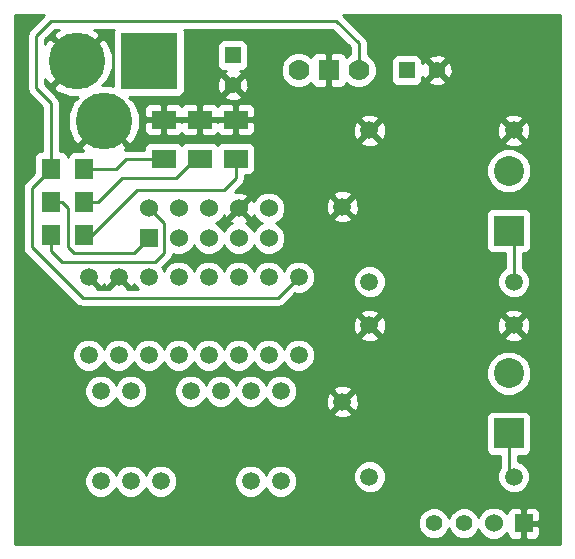
<source format=gtl>
G04 (created by PCBNEW (2013-may-18)-stable) date jeu 02 jun 2016 15:51:39 CEST*
%MOIN*%
G04 Gerber Fmt 3.4, Leading zero omitted, Abs format*
%FSLAX34Y34*%
G01*
G70*
G90*
G04 APERTURE LIST*
%ADD10C,0.00590551*%
%ADD11C,0.0590551*%
%ADD12C,0.055*%
%ADD13R,0.06X0.06*%
%ADD14C,0.06*%
%ADD15C,0.07*%
%ADD16R,0.07X0.07*%
%ADD17C,0.189*%
%ADD18R,0.189X0.189*%
%ADD19R,0.055X0.055*%
%ADD20R,0.1X0.1*%
%ADD21C,0.1*%
%ADD22R,0.08X0.06*%
%ADD23R,0.0629X0.0709*%
%ADD24C,0.01*%
G04 APERTURE END LIST*
G54D10*
G54D11*
X25952Y-17448D03*
X31661Y-19948D03*
X26858Y-19948D03*
X26858Y-14909D03*
X31661Y-14909D03*
X25952Y-23948D03*
X31661Y-26448D03*
X26858Y-26448D03*
X26858Y-21409D03*
X31661Y-21409D03*
X22900Y-26600D03*
X23900Y-26600D03*
X19900Y-26600D03*
X18900Y-26600D03*
X17900Y-26600D03*
X17900Y-23600D03*
X18900Y-23600D03*
X20900Y-23600D03*
X21900Y-23600D03*
X22900Y-23600D03*
X23900Y-23600D03*
G54D12*
X29000Y-28000D03*
X30000Y-28000D03*
G54D13*
X19500Y-18500D03*
G54D14*
X19500Y-17500D03*
X20500Y-18500D03*
X20500Y-17500D03*
X21500Y-18500D03*
X21500Y-17500D03*
X22500Y-18500D03*
X22500Y-17500D03*
X23500Y-18500D03*
X23500Y-17500D03*
G54D13*
X32000Y-28000D03*
G54D14*
X31000Y-28000D03*
G54D15*
X24500Y-12900D03*
G54D16*
X25500Y-12900D03*
G54D15*
X26500Y-12900D03*
G54D17*
X17100Y-12600D03*
G54D18*
X19500Y-12600D03*
G54D17*
X18000Y-14600D03*
G54D19*
X22300Y-12400D03*
G54D12*
X22300Y-13400D03*
G54D19*
X28100Y-12900D03*
G54D12*
X29100Y-12900D03*
G54D20*
X31500Y-18250D03*
G54D21*
X31500Y-16250D03*
G54D20*
X31500Y-25000D03*
G54D21*
X31500Y-23000D03*
G54D11*
X24500Y-19800D03*
X23500Y-19800D03*
X22500Y-19800D03*
X21500Y-19800D03*
X20500Y-19800D03*
X18500Y-19800D03*
X17500Y-19800D03*
X17500Y-22400D03*
X18500Y-22400D03*
X19500Y-22400D03*
X20500Y-22400D03*
X21500Y-22400D03*
X22500Y-22400D03*
X23500Y-22400D03*
X24500Y-22400D03*
X19500Y-19800D03*
G54D22*
X21200Y-15850D03*
X21200Y-14550D03*
X22400Y-15850D03*
X22400Y-14550D03*
X20000Y-15850D03*
X20000Y-14550D03*
G54D23*
X16241Y-17300D03*
X17359Y-17300D03*
X16241Y-18400D03*
X17359Y-18400D03*
X16241Y-16200D03*
X17359Y-16200D03*
G54D24*
X16241Y-16200D02*
X16241Y-13991D01*
X26500Y-12000D02*
X26500Y-12900D01*
X25750Y-11250D02*
X26500Y-12000D01*
X24000Y-11250D02*
X25750Y-11250D01*
X21500Y-11250D02*
X24000Y-11250D01*
X16250Y-11250D02*
X21500Y-11250D01*
X15750Y-11750D02*
X16250Y-11250D01*
X15750Y-13500D02*
X15750Y-11750D01*
X16241Y-13991D02*
X15750Y-13500D01*
X24500Y-19800D02*
X23800Y-20500D01*
X23800Y-20500D02*
X17800Y-20500D01*
X17800Y-20500D02*
X17300Y-20500D01*
X17300Y-20500D02*
X15600Y-18800D01*
X15600Y-18800D02*
X15600Y-16841D01*
X15600Y-16841D02*
X16241Y-16200D01*
X16241Y-17300D02*
X16600Y-17300D01*
X19000Y-19000D02*
X19500Y-18500D01*
X17000Y-19000D02*
X19000Y-19000D01*
X16800Y-18800D02*
X17000Y-19000D01*
X16800Y-17500D02*
X16800Y-18800D01*
X16600Y-17300D02*
X16800Y-17500D01*
X16241Y-18400D02*
X16241Y-18941D01*
X20000Y-18000D02*
X19500Y-17500D01*
X20000Y-19000D02*
X20000Y-18000D01*
X19700Y-19300D02*
X20000Y-19000D01*
X16600Y-19300D02*
X19700Y-19300D01*
X16241Y-18941D02*
X16600Y-19300D01*
X31661Y-19948D02*
X31661Y-18411D01*
X31661Y-18411D02*
X31500Y-18250D01*
X17359Y-18400D02*
X17600Y-18400D01*
X22400Y-16500D02*
X22400Y-15850D01*
X22000Y-16900D02*
X22400Y-16500D01*
X20700Y-16900D02*
X22000Y-16900D01*
X19100Y-16900D02*
X20700Y-16900D01*
X17600Y-18400D02*
X19100Y-16900D01*
X17359Y-16200D02*
X18400Y-16200D01*
X18750Y-15850D02*
X20000Y-15850D01*
X18400Y-16200D02*
X18750Y-15850D01*
X21200Y-15850D02*
X21050Y-15850D01*
X17800Y-17300D02*
X17359Y-17300D01*
X18600Y-16500D02*
X17800Y-17300D01*
X20400Y-16500D02*
X18600Y-16500D01*
X21050Y-15850D02*
X20400Y-16500D01*
X31500Y-25000D02*
X31500Y-26287D01*
X31500Y-26287D02*
X31661Y-26448D01*
G54D10*
G36*
X19128Y-20200D02*
X18806Y-20200D01*
X18811Y-20182D01*
X18500Y-19870D01*
X18188Y-20182D01*
X18193Y-20200D01*
X17806Y-20200D01*
X17811Y-20182D01*
X17500Y-19870D01*
X17494Y-19876D01*
X17423Y-19805D01*
X17429Y-19800D01*
X17423Y-19794D01*
X17494Y-19723D01*
X17500Y-19729D01*
X17505Y-19723D01*
X17576Y-19794D01*
X17570Y-19800D01*
X17882Y-20111D01*
X17977Y-20085D01*
X17998Y-20026D01*
X18022Y-20085D01*
X18117Y-20111D01*
X18429Y-19800D01*
X18423Y-19794D01*
X18494Y-19723D01*
X18500Y-19729D01*
X18505Y-19723D01*
X18576Y-19794D01*
X18570Y-19800D01*
X18882Y-20111D01*
X18977Y-20085D01*
X19000Y-20019D01*
X19037Y-20108D01*
X19128Y-20200D01*
X19128Y-20200D01*
G37*
G54D24*
X19128Y-20200D02*
X18806Y-20200D01*
X18811Y-20182D01*
X18500Y-19870D01*
X18188Y-20182D01*
X18193Y-20200D01*
X17806Y-20200D01*
X17811Y-20182D01*
X17500Y-19870D01*
X17494Y-19876D01*
X17423Y-19805D01*
X17429Y-19800D01*
X17423Y-19794D01*
X17494Y-19723D01*
X17500Y-19729D01*
X17505Y-19723D01*
X17576Y-19794D01*
X17570Y-19800D01*
X17882Y-20111D01*
X17977Y-20085D01*
X17998Y-20026D01*
X18022Y-20085D01*
X18117Y-20111D01*
X18429Y-19800D01*
X18423Y-19794D01*
X18494Y-19723D01*
X18500Y-19729D01*
X18505Y-19723D01*
X18576Y-19794D01*
X18570Y-19800D01*
X18882Y-20111D01*
X18977Y-20085D01*
X19000Y-20019D01*
X19037Y-20108D01*
X19128Y-20200D01*
G54D10*
G36*
X33200Y-28700D02*
X32550Y-28700D01*
X32550Y-28250D01*
X32550Y-27749D01*
X32549Y-27650D01*
X32511Y-27558D01*
X32441Y-27487D01*
X32349Y-27449D01*
X32250Y-27449D01*
X32250Y-22851D01*
X32250Y-16101D01*
X32211Y-16007D01*
X32211Y-14990D01*
X32200Y-14773D01*
X32138Y-14624D01*
X32043Y-14597D01*
X31973Y-14668D01*
X31973Y-14526D01*
X31946Y-14432D01*
X31742Y-14359D01*
X31525Y-14370D01*
X31376Y-14432D01*
X31349Y-14526D01*
X31661Y-14838D01*
X31973Y-14526D01*
X31973Y-14668D01*
X31732Y-14909D01*
X32043Y-15221D01*
X32138Y-15194D01*
X32211Y-14990D01*
X32211Y-16007D01*
X32136Y-15825D01*
X31973Y-15662D01*
X31973Y-15291D01*
X31661Y-14980D01*
X31590Y-15050D01*
X31590Y-14909D01*
X31278Y-14597D01*
X31184Y-14624D01*
X31111Y-14828D01*
X31122Y-15045D01*
X31184Y-15194D01*
X31278Y-15221D01*
X31590Y-14909D01*
X31590Y-15050D01*
X31349Y-15291D01*
X31376Y-15386D01*
X31580Y-15459D01*
X31797Y-15448D01*
X31946Y-15386D01*
X31973Y-15291D01*
X31973Y-15662D01*
X31925Y-15614D01*
X31649Y-15500D01*
X31351Y-15499D01*
X31075Y-15613D01*
X30864Y-15824D01*
X30750Y-16100D01*
X30749Y-16398D01*
X30863Y-16674D01*
X31074Y-16885D01*
X31350Y-16999D01*
X31648Y-17000D01*
X31924Y-16886D01*
X32135Y-16675D01*
X32249Y-16399D01*
X32250Y-16101D01*
X32250Y-22851D01*
X32250Y-22851D01*
X32250Y-18700D01*
X32250Y-17700D01*
X32212Y-17608D01*
X32141Y-17538D01*
X32049Y-17500D01*
X31950Y-17499D01*
X30950Y-17499D01*
X30858Y-17537D01*
X30788Y-17608D01*
X30750Y-17700D01*
X30749Y-17799D01*
X30749Y-18799D01*
X30787Y-18891D01*
X30858Y-18961D01*
X30950Y-18999D01*
X31049Y-19000D01*
X31361Y-19000D01*
X31361Y-19482D01*
X31352Y-19486D01*
X31199Y-19639D01*
X31116Y-19839D01*
X31116Y-20056D01*
X31198Y-20257D01*
X31352Y-20410D01*
X31552Y-20493D01*
X31769Y-20494D01*
X31969Y-20411D01*
X32123Y-20258D01*
X32206Y-20057D01*
X32206Y-19840D01*
X32123Y-19640D01*
X31970Y-19486D01*
X31961Y-19482D01*
X31961Y-19000D01*
X32049Y-19000D01*
X32141Y-18962D01*
X32211Y-18891D01*
X32249Y-18799D01*
X32250Y-18700D01*
X32250Y-22851D01*
X32211Y-22757D01*
X32211Y-21490D01*
X32200Y-21273D01*
X32138Y-21124D01*
X32043Y-21097D01*
X31973Y-21168D01*
X31973Y-21026D01*
X31946Y-20932D01*
X31742Y-20859D01*
X31525Y-20870D01*
X31376Y-20932D01*
X31349Y-21026D01*
X31661Y-21338D01*
X31973Y-21026D01*
X31973Y-21168D01*
X31732Y-21409D01*
X32043Y-21721D01*
X32138Y-21694D01*
X32211Y-21490D01*
X32211Y-22757D01*
X32136Y-22575D01*
X31973Y-22412D01*
X31973Y-21791D01*
X31661Y-21480D01*
X31590Y-21550D01*
X31590Y-21409D01*
X31278Y-21097D01*
X31184Y-21124D01*
X31111Y-21328D01*
X31122Y-21545D01*
X31184Y-21694D01*
X31278Y-21721D01*
X31590Y-21409D01*
X31590Y-21550D01*
X31349Y-21791D01*
X31376Y-21886D01*
X31580Y-21959D01*
X31797Y-21948D01*
X31946Y-21886D01*
X31973Y-21791D01*
X31973Y-22412D01*
X31925Y-22364D01*
X31649Y-22250D01*
X31351Y-22249D01*
X31075Y-22363D01*
X30864Y-22574D01*
X30750Y-22850D01*
X30749Y-23148D01*
X30863Y-23424D01*
X31074Y-23635D01*
X31350Y-23749D01*
X31648Y-23750D01*
X31924Y-23636D01*
X32135Y-23425D01*
X32249Y-23149D01*
X32250Y-22851D01*
X32250Y-27449D01*
X32250Y-27449D01*
X32250Y-25450D01*
X32250Y-24450D01*
X32212Y-24358D01*
X32141Y-24288D01*
X32049Y-24250D01*
X31950Y-24249D01*
X30950Y-24249D01*
X30858Y-24287D01*
X30788Y-24358D01*
X30750Y-24450D01*
X30749Y-24549D01*
X30749Y-25549D01*
X30787Y-25641D01*
X30858Y-25711D01*
X30950Y-25749D01*
X31049Y-25750D01*
X31200Y-25750D01*
X31200Y-26138D01*
X31199Y-26139D01*
X31116Y-26339D01*
X31116Y-26556D01*
X31198Y-26757D01*
X31352Y-26910D01*
X31552Y-26993D01*
X31769Y-26994D01*
X31969Y-26911D01*
X32123Y-26758D01*
X32206Y-26557D01*
X32206Y-26340D01*
X32123Y-26140D01*
X31970Y-25986D01*
X31800Y-25915D01*
X31800Y-25750D01*
X32049Y-25750D01*
X32141Y-25712D01*
X32211Y-25641D01*
X32249Y-25549D01*
X32250Y-25450D01*
X32250Y-27449D01*
X32112Y-27450D01*
X32050Y-27512D01*
X32050Y-27950D01*
X32487Y-27950D01*
X32550Y-27887D01*
X32550Y-27749D01*
X32550Y-28250D01*
X32550Y-28112D01*
X32487Y-28050D01*
X32050Y-28050D01*
X32050Y-28487D01*
X32112Y-28550D01*
X32349Y-28550D01*
X32441Y-28512D01*
X32511Y-28441D01*
X32549Y-28349D01*
X32550Y-28250D01*
X32550Y-28700D01*
X31950Y-28700D01*
X31950Y-28487D01*
X31950Y-28050D01*
X31942Y-28050D01*
X31942Y-27950D01*
X31950Y-27950D01*
X31950Y-27512D01*
X31887Y-27450D01*
X31650Y-27449D01*
X31558Y-27487D01*
X31488Y-27558D01*
X31450Y-27650D01*
X31450Y-27672D01*
X31311Y-27534D01*
X31109Y-27450D01*
X30891Y-27449D01*
X30688Y-27533D01*
X30534Y-27688D01*
X30486Y-27802D01*
X30445Y-27703D01*
X30297Y-27555D01*
X30104Y-27475D01*
X29896Y-27474D01*
X29703Y-27554D01*
X29629Y-27627D01*
X29629Y-12975D01*
X29618Y-12767D01*
X29560Y-12627D01*
X29467Y-12602D01*
X29397Y-12673D01*
X29397Y-12532D01*
X29372Y-12439D01*
X29175Y-12370D01*
X28967Y-12381D01*
X28827Y-12439D01*
X28802Y-12532D01*
X29100Y-12829D01*
X29397Y-12532D01*
X29397Y-12673D01*
X29170Y-12900D01*
X29467Y-13197D01*
X29560Y-13172D01*
X29629Y-12975D01*
X29629Y-27627D01*
X29555Y-27702D01*
X29499Y-27835D01*
X29445Y-27703D01*
X29397Y-27654D01*
X29397Y-13267D01*
X29100Y-12970D01*
X29029Y-13041D01*
X29029Y-12900D01*
X28732Y-12602D01*
X28639Y-12627D01*
X28625Y-12668D01*
X28625Y-12575D01*
X28587Y-12483D01*
X28516Y-12413D01*
X28424Y-12375D01*
X28325Y-12374D01*
X27775Y-12374D01*
X27683Y-12412D01*
X27613Y-12483D01*
X27575Y-12575D01*
X27574Y-12674D01*
X27574Y-13224D01*
X27612Y-13316D01*
X27683Y-13386D01*
X27775Y-13424D01*
X27874Y-13425D01*
X28424Y-13425D01*
X28516Y-13387D01*
X28586Y-13316D01*
X28624Y-13224D01*
X28625Y-13137D01*
X28639Y-13172D01*
X28732Y-13197D01*
X29029Y-12900D01*
X29029Y-13041D01*
X28802Y-13267D01*
X28827Y-13360D01*
X29024Y-13429D01*
X29232Y-13418D01*
X29372Y-13360D01*
X29397Y-13267D01*
X29397Y-27654D01*
X29297Y-27555D01*
X29104Y-27475D01*
X28896Y-27474D01*
X28703Y-27554D01*
X28555Y-27702D01*
X28475Y-27895D01*
X28474Y-28103D01*
X28554Y-28297D01*
X28702Y-28444D01*
X28895Y-28524D01*
X29103Y-28525D01*
X29297Y-28445D01*
X29444Y-28297D01*
X29500Y-28164D01*
X29554Y-28297D01*
X29702Y-28444D01*
X29895Y-28524D01*
X30103Y-28525D01*
X30297Y-28445D01*
X30444Y-28297D01*
X30486Y-28197D01*
X30533Y-28311D01*
X30688Y-28465D01*
X30890Y-28549D01*
X31108Y-28550D01*
X31311Y-28466D01*
X31450Y-28327D01*
X31450Y-28349D01*
X31488Y-28441D01*
X31558Y-28512D01*
X31650Y-28550D01*
X31887Y-28550D01*
X31950Y-28487D01*
X31950Y-28700D01*
X27408Y-28700D01*
X27408Y-21490D01*
X27408Y-14990D01*
X27397Y-14773D01*
X27335Y-14624D01*
X27240Y-14597D01*
X27170Y-14668D01*
X27170Y-14526D01*
X27143Y-14432D01*
X26938Y-14359D01*
X26722Y-14370D01*
X26573Y-14432D01*
X26546Y-14526D01*
X26858Y-14838D01*
X27170Y-14526D01*
X27170Y-14668D01*
X26928Y-14909D01*
X27240Y-15221D01*
X27335Y-15194D01*
X27408Y-14990D01*
X27408Y-21490D01*
X27403Y-21397D01*
X27403Y-19840D01*
X27320Y-19640D01*
X27170Y-19489D01*
X27170Y-15291D01*
X26858Y-14980D01*
X26787Y-15050D01*
X26787Y-14909D01*
X26475Y-14597D01*
X26380Y-14624D01*
X26308Y-14828D01*
X26319Y-15045D01*
X26380Y-15194D01*
X26475Y-15221D01*
X26787Y-14909D01*
X26787Y-15050D01*
X26546Y-15291D01*
X26573Y-15386D01*
X26777Y-15459D01*
X26994Y-15448D01*
X27143Y-15386D01*
X27170Y-15291D01*
X27170Y-19489D01*
X27167Y-19486D01*
X26967Y-19403D01*
X26750Y-19403D01*
X26549Y-19486D01*
X26502Y-19533D01*
X26502Y-17529D01*
X26491Y-17312D01*
X26430Y-17163D01*
X26335Y-17137D01*
X26264Y-17207D01*
X26264Y-17066D01*
X26237Y-16971D01*
X26033Y-16898D01*
X25816Y-16909D01*
X25667Y-16971D01*
X25640Y-17066D01*
X25952Y-17378D01*
X26264Y-17066D01*
X26264Y-17207D01*
X26023Y-17448D01*
X26335Y-17760D01*
X26430Y-17733D01*
X26502Y-17529D01*
X26502Y-19533D01*
X26396Y-19639D01*
X26313Y-19839D01*
X26312Y-20056D01*
X26395Y-20257D01*
X26548Y-20410D01*
X26749Y-20493D01*
X26966Y-20494D01*
X27166Y-20411D01*
X27320Y-20258D01*
X27403Y-20057D01*
X27403Y-19840D01*
X27403Y-21397D01*
X27397Y-21273D01*
X27335Y-21124D01*
X27240Y-21097D01*
X27170Y-21168D01*
X27170Y-21026D01*
X27143Y-20932D01*
X26938Y-20859D01*
X26722Y-20870D01*
X26573Y-20932D01*
X26546Y-21026D01*
X26858Y-21338D01*
X27170Y-21026D01*
X27170Y-21168D01*
X26928Y-21409D01*
X27240Y-21721D01*
X27335Y-21694D01*
X27408Y-21490D01*
X27408Y-28700D01*
X27403Y-28700D01*
X27403Y-26340D01*
X27320Y-26140D01*
X27170Y-25989D01*
X27170Y-21791D01*
X26858Y-21480D01*
X26787Y-21550D01*
X26787Y-21409D01*
X26475Y-21097D01*
X26380Y-21124D01*
X26308Y-21328D01*
X26319Y-21545D01*
X26380Y-21694D01*
X26475Y-21721D01*
X26787Y-21409D01*
X26787Y-21550D01*
X26546Y-21791D01*
X26573Y-21886D01*
X26777Y-21959D01*
X26994Y-21948D01*
X27143Y-21886D01*
X27170Y-21791D01*
X27170Y-25989D01*
X27167Y-25986D01*
X26967Y-25903D01*
X26750Y-25903D01*
X26549Y-25986D01*
X26502Y-26033D01*
X26502Y-24029D01*
X26491Y-23812D01*
X26430Y-23663D01*
X26335Y-23637D01*
X26264Y-23707D01*
X26264Y-23566D01*
X26264Y-17831D01*
X25952Y-17519D01*
X25882Y-17590D01*
X25882Y-17448D01*
X25570Y-17137D01*
X25475Y-17163D01*
X25450Y-17235D01*
X25450Y-13437D01*
X25450Y-12950D01*
X25442Y-12950D01*
X25442Y-12850D01*
X25450Y-12850D01*
X25450Y-12362D01*
X25387Y-12300D01*
X25199Y-12299D01*
X25100Y-12300D01*
X25008Y-12338D01*
X24937Y-12408D01*
X24914Y-12465D01*
X24840Y-12391D01*
X24619Y-12300D01*
X24381Y-12299D01*
X24160Y-12391D01*
X23991Y-12559D01*
X23900Y-12780D01*
X23899Y-13018D01*
X23991Y-13239D01*
X24159Y-13408D01*
X24380Y-13499D01*
X24618Y-13500D01*
X24839Y-13408D01*
X24914Y-13334D01*
X24937Y-13391D01*
X25008Y-13461D01*
X25100Y-13499D01*
X25199Y-13500D01*
X25387Y-13500D01*
X25450Y-13437D01*
X25450Y-17235D01*
X25402Y-17368D01*
X25413Y-17584D01*
X25475Y-17733D01*
X25570Y-17760D01*
X25882Y-17448D01*
X25882Y-17590D01*
X25640Y-17831D01*
X25667Y-17926D01*
X25872Y-17998D01*
X26088Y-17987D01*
X26237Y-17926D01*
X26264Y-17831D01*
X26264Y-23566D01*
X26237Y-23471D01*
X26033Y-23398D01*
X25816Y-23409D01*
X25667Y-23471D01*
X25640Y-23566D01*
X25952Y-23878D01*
X26264Y-23566D01*
X26264Y-23707D01*
X26023Y-23948D01*
X26335Y-24260D01*
X26430Y-24233D01*
X26502Y-24029D01*
X26502Y-26033D01*
X26396Y-26139D01*
X26313Y-26339D01*
X26312Y-26556D01*
X26395Y-26757D01*
X26548Y-26910D01*
X26749Y-26993D01*
X26966Y-26994D01*
X27166Y-26911D01*
X27320Y-26758D01*
X27403Y-26557D01*
X27403Y-26340D01*
X27403Y-28700D01*
X26264Y-28700D01*
X26264Y-24331D01*
X25952Y-24019D01*
X25882Y-24090D01*
X25882Y-23948D01*
X25570Y-23637D01*
X25475Y-23663D01*
X25402Y-23868D01*
X25413Y-24084D01*
X25475Y-24233D01*
X25570Y-24260D01*
X25882Y-23948D01*
X25882Y-24090D01*
X25640Y-24331D01*
X25667Y-24426D01*
X25872Y-24498D01*
X26088Y-24487D01*
X26237Y-24426D01*
X26264Y-24331D01*
X26264Y-28700D01*
X25045Y-28700D01*
X25045Y-22292D01*
X24962Y-22091D01*
X24809Y-21938D01*
X24608Y-21854D01*
X24392Y-21854D01*
X24191Y-21937D01*
X24038Y-22090D01*
X24000Y-22182D01*
X23962Y-22091D01*
X23809Y-21938D01*
X23608Y-21854D01*
X23392Y-21854D01*
X23191Y-21937D01*
X23038Y-22090D01*
X23000Y-22182D01*
X22962Y-22091D01*
X22809Y-21938D01*
X22608Y-21854D01*
X22392Y-21854D01*
X22191Y-21937D01*
X22038Y-22090D01*
X22000Y-22182D01*
X21962Y-22091D01*
X21809Y-21938D01*
X21608Y-21854D01*
X21392Y-21854D01*
X21191Y-21937D01*
X21038Y-22090D01*
X21000Y-22182D01*
X20962Y-22091D01*
X20809Y-21938D01*
X20608Y-21854D01*
X20392Y-21854D01*
X20191Y-21937D01*
X20038Y-22090D01*
X20000Y-22182D01*
X19962Y-22091D01*
X19809Y-21938D01*
X19608Y-21854D01*
X19392Y-21854D01*
X19191Y-21937D01*
X19038Y-22090D01*
X19000Y-22182D01*
X18962Y-22091D01*
X18809Y-21938D01*
X18608Y-21854D01*
X18392Y-21854D01*
X18191Y-21937D01*
X18038Y-22090D01*
X18000Y-22182D01*
X17962Y-22091D01*
X17809Y-21938D01*
X17608Y-21854D01*
X17392Y-21854D01*
X17191Y-21937D01*
X17038Y-22090D01*
X16954Y-22291D01*
X16954Y-22507D01*
X17037Y-22708D01*
X17190Y-22861D01*
X17391Y-22945D01*
X17607Y-22945D01*
X17808Y-22862D01*
X17961Y-22709D01*
X17999Y-22617D01*
X18037Y-22708D01*
X18190Y-22861D01*
X18391Y-22945D01*
X18607Y-22945D01*
X18808Y-22862D01*
X18961Y-22709D01*
X18999Y-22617D01*
X19037Y-22708D01*
X19190Y-22861D01*
X19391Y-22945D01*
X19607Y-22945D01*
X19808Y-22862D01*
X19961Y-22709D01*
X19999Y-22617D01*
X20037Y-22708D01*
X20190Y-22861D01*
X20391Y-22945D01*
X20607Y-22945D01*
X20808Y-22862D01*
X20961Y-22709D01*
X20999Y-22617D01*
X21037Y-22708D01*
X21190Y-22861D01*
X21391Y-22945D01*
X21607Y-22945D01*
X21808Y-22862D01*
X21961Y-22709D01*
X21999Y-22617D01*
X22037Y-22708D01*
X22190Y-22861D01*
X22391Y-22945D01*
X22607Y-22945D01*
X22808Y-22862D01*
X22961Y-22709D01*
X22999Y-22617D01*
X23037Y-22708D01*
X23190Y-22861D01*
X23391Y-22945D01*
X23607Y-22945D01*
X23808Y-22862D01*
X23961Y-22709D01*
X23999Y-22617D01*
X24037Y-22708D01*
X24190Y-22861D01*
X24391Y-22945D01*
X24607Y-22945D01*
X24808Y-22862D01*
X24961Y-22709D01*
X25045Y-22508D01*
X25045Y-22292D01*
X25045Y-28700D01*
X24445Y-28700D01*
X24445Y-26492D01*
X24445Y-23492D01*
X24362Y-23291D01*
X24209Y-23138D01*
X24008Y-23054D01*
X23792Y-23054D01*
X23591Y-23137D01*
X23438Y-23290D01*
X23400Y-23382D01*
X23362Y-23291D01*
X23209Y-23138D01*
X23008Y-23054D01*
X22792Y-23054D01*
X22591Y-23137D01*
X22438Y-23290D01*
X22400Y-23382D01*
X22362Y-23291D01*
X22209Y-23138D01*
X22008Y-23054D01*
X21792Y-23054D01*
X21591Y-23137D01*
X21438Y-23290D01*
X21400Y-23382D01*
X21362Y-23291D01*
X21209Y-23138D01*
X21008Y-23054D01*
X20792Y-23054D01*
X20591Y-23137D01*
X20438Y-23290D01*
X20354Y-23491D01*
X20354Y-23707D01*
X20437Y-23908D01*
X20590Y-24061D01*
X20791Y-24145D01*
X21007Y-24145D01*
X21208Y-24062D01*
X21361Y-23909D01*
X21399Y-23817D01*
X21437Y-23908D01*
X21590Y-24061D01*
X21791Y-24145D01*
X22007Y-24145D01*
X22208Y-24062D01*
X22361Y-23909D01*
X22399Y-23817D01*
X22437Y-23908D01*
X22590Y-24061D01*
X22791Y-24145D01*
X23007Y-24145D01*
X23208Y-24062D01*
X23361Y-23909D01*
X23399Y-23817D01*
X23437Y-23908D01*
X23590Y-24061D01*
X23791Y-24145D01*
X24007Y-24145D01*
X24208Y-24062D01*
X24361Y-23909D01*
X24445Y-23708D01*
X24445Y-23492D01*
X24445Y-26492D01*
X24362Y-26291D01*
X24209Y-26138D01*
X24008Y-26054D01*
X23792Y-26054D01*
X23591Y-26137D01*
X23438Y-26290D01*
X23400Y-26382D01*
X23362Y-26291D01*
X23209Y-26138D01*
X23008Y-26054D01*
X22792Y-26054D01*
X22591Y-26137D01*
X22438Y-26290D01*
X22354Y-26491D01*
X22354Y-26707D01*
X22437Y-26908D01*
X22590Y-27061D01*
X22791Y-27145D01*
X23007Y-27145D01*
X23208Y-27062D01*
X23361Y-26909D01*
X23399Y-26817D01*
X23437Y-26908D01*
X23590Y-27061D01*
X23791Y-27145D01*
X24007Y-27145D01*
X24208Y-27062D01*
X24361Y-26909D01*
X24445Y-26708D01*
X24445Y-26492D01*
X24445Y-28700D01*
X20445Y-28700D01*
X20445Y-26492D01*
X20362Y-26291D01*
X20209Y-26138D01*
X20008Y-26054D01*
X19792Y-26054D01*
X19591Y-26137D01*
X19445Y-26283D01*
X19445Y-23492D01*
X19362Y-23291D01*
X19209Y-23138D01*
X19008Y-23054D01*
X18792Y-23054D01*
X18591Y-23137D01*
X18438Y-23290D01*
X18400Y-23382D01*
X18362Y-23291D01*
X18209Y-23138D01*
X18008Y-23054D01*
X17792Y-23054D01*
X17591Y-23137D01*
X17438Y-23290D01*
X17354Y-23491D01*
X17354Y-23707D01*
X17437Y-23908D01*
X17590Y-24061D01*
X17791Y-24145D01*
X18007Y-24145D01*
X18208Y-24062D01*
X18361Y-23909D01*
X18399Y-23817D01*
X18437Y-23908D01*
X18590Y-24061D01*
X18791Y-24145D01*
X19007Y-24145D01*
X19208Y-24062D01*
X19361Y-23909D01*
X19445Y-23708D01*
X19445Y-23492D01*
X19445Y-26283D01*
X19438Y-26290D01*
X19400Y-26382D01*
X19362Y-26291D01*
X19209Y-26138D01*
X19008Y-26054D01*
X18792Y-26054D01*
X18591Y-26137D01*
X18438Y-26290D01*
X18400Y-26382D01*
X18362Y-26291D01*
X18209Y-26138D01*
X18008Y-26054D01*
X17792Y-26054D01*
X17591Y-26137D01*
X17438Y-26290D01*
X17354Y-26491D01*
X17354Y-26707D01*
X17437Y-26908D01*
X17590Y-27061D01*
X17791Y-27145D01*
X18007Y-27145D01*
X18208Y-27062D01*
X18361Y-26909D01*
X18399Y-26817D01*
X18437Y-26908D01*
X18590Y-27061D01*
X18791Y-27145D01*
X19007Y-27145D01*
X19208Y-27062D01*
X19361Y-26909D01*
X19399Y-26817D01*
X19437Y-26908D01*
X19590Y-27061D01*
X19791Y-27145D01*
X20007Y-27145D01*
X20208Y-27062D01*
X20361Y-26909D01*
X20445Y-26708D01*
X20445Y-26492D01*
X20445Y-28700D01*
X15050Y-28700D01*
X15050Y-11050D01*
X16025Y-11050D01*
X15537Y-11537D01*
X15472Y-11635D01*
X15450Y-11750D01*
X15450Y-13500D01*
X15472Y-13614D01*
X15537Y-13712D01*
X15941Y-14115D01*
X15941Y-15595D01*
X15876Y-15595D01*
X15785Y-15633D01*
X15714Y-15703D01*
X15676Y-15795D01*
X15676Y-15895D01*
X15676Y-16340D01*
X15387Y-16628D01*
X15322Y-16726D01*
X15300Y-16841D01*
X15300Y-18800D01*
X15322Y-18914D01*
X15387Y-19012D01*
X17087Y-20712D01*
X17185Y-20777D01*
X17300Y-20800D01*
X17800Y-20800D01*
X23800Y-20800D01*
X23800Y-20799D01*
X23914Y-20777D01*
X23914Y-20777D01*
X24012Y-20712D01*
X24382Y-20341D01*
X24391Y-20345D01*
X24607Y-20345D01*
X24808Y-20262D01*
X24961Y-20109D01*
X25045Y-19908D01*
X25045Y-19692D01*
X24962Y-19491D01*
X24809Y-19338D01*
X24608Y-19254D01*
X24392Y-19254D01*
X24191Y-19337D01*
X24038Y-19490D01*
X24000Y-19582D01*
X23962Y-19491D01*
X23809Y-19338D01*
X23608Y-19254D01*
X23392Y-19254D01*
X23191Y-19337D01*
X23038Y-19490D01*
X23000Y-19582D01*
X22962Y-19491D01*
X22809Y-19338D01*
X22608Y-19254D01*
X22392Y-19254D01*
X22191Y-19337D01*
X22038Y-19490D01*
X22000Y-19582D01*
X21962Y-19491D01*
X21809Y-19338D01*
X21608Y-19254D01*
X21392Y-19254D01*
X21191Y-19337D01*
X21038Y-19490D01*
X21000Y-19582D01*
X20962Y-19491D01*
X20809Y-19338D01*
X20608Y-19254D01*
X20392Y-19254D01*
X20191Y-19337D01*
X20038Y-19490D01*
X20000Y-19582D01*
X19962Y-19491D01*
X19947Y-19476D01*
X20212Y-19212D01*
X20212Y-19212D01*
X20277Y-19114D01*
X20297Y-19011D01*
X20390Y-19049D01*
X20608Y-19050D01*
X20811Y-18966D01*
X20965Y-18811D01*
X20999Y-18730D01*
X21033Y-18811D01*
X21188Y-18965D01*
X21390Y-19049D01*
X21608Y-19050D01*
X21811Y-18966D01*
X21965Y-18811D01*
X21999Y-18730D01*
X22033Y-18811D01*
X22188Y-18965D01*
X22390Y-19049D01*
X22608Y-19050D01*
X22811Y-18966D01*
X22965Y-18811D01*
X22999Y-18730D01*
X23033Y-18811D01*
X23188Y-18965D01*
X23390Y-19049D01*
X23608Y-19050D01*
X23811Y-18966D01*
X23965Y-18811D01*
X24049Y-18609D01*
X24050Y-18391D01*
X23966Y-18188D01*
X23811Y-18034D01*
X23730Y-18000D01*
X23811Y-17966D01*
X23965Y-17811D01*
X24049Y-17609D01*
X24050Y-17391D01*
X23966Y-17188D01*
X23811Y-17034D01*
X23609Y-16950D01*
X23391Y-16949D01*
X23188Y-17033D01*
X23034Y-17188D01*
X23002Y-17263D01*
X22981Y-17212D01*
X22885Y-17184D01*
X22570Y-17500D01*
X22885Y-17815D01*
X22981Y-17787D01*
X23000Y-17732D01*
X23033Y-17811D01*
X23188Y-17965D01*
X23269Y-17999D01*
X23188Y-18033D01*
X23034Y-18188D01*
X23000Y-18269D01*
X22966Y-18188D01*
X22811Y-18034D01*
X22736Y-18002D01*
X22787Y-17981D01*
X22815Y-17885D01*
X22500Y-17570D01*
X22184Y-17885D01*
X22212Y-17981D01*
X22267Y-18000D01*
X22188Y-18033D01*
X22034Y-18188D01*
X22000Y-18269D01*
X21966Y-18188D01*
X21811Y-18034D01*
X21730Y-18000D01*
X21811Y-17966D01*
X21965Y-17811D01*
X21997Y-17736D01*
X22018Y-17787D01*
X22114Y-17815D01*
X22429Y-17500D01*
X22423Y-17494D01*
X22494Y-17423D01*
X22500Y-17429D01*
X22815Y-17114D01*
X22787Y-17018D01*
X22581Y-16945D01*
X22368Y-16955D01*
X22612Y-16712D01*
X22612Y-16712D01*
X22677Y-16614D01*
X22699Y-16500D01*
X22700Y-16500D01*
X22700Y-16400D01*
X22849Y-16400D01*
X22941Y-16362D01*
X23011Y-16291D01*
X23049Y-16199D01*
X23050Y-16100D01*
X23050Y-15500D01*
X23050Y-14899D01*
X23050Y-14200D01*
X23012Y-14108D01*
X22941Y-14038D01*
X22849Y-14000D01*
X22829Y-14000D01*
X22829Y-13475D01*
X22825Y-13386D01*
X22825Y-12625D01*
X22825Y-12075D01*
X22787Y-11983D01*
X22716Y-11913D01*
X22624Y-11875D01*
X22525Y-11874D01*
X21975Y-11874D01*
X21883Y-11912D01*
X21813Y-11983D01*
X21775Y-12075D01*
X21774Y-12174D01*
X21774Y-12724D01*
X21812Y-12816D01*
X21883Y-12886D01*
X21975Y-12924D01*
X22062Y-12925D01*
X22027Y-12939D01*
X22002Y-13032D01*
X22300Y-13329D01*
X22597Y-13032D01*
X22572Y-12939D01*
X22531Y-12925D01*
X22624Y-12925D01*
X22716Y-12887D01*
X22786Y-12816D01*
X22824Y-12724D01*
X22825Y-12625D01*
X22825Y-13386D01*
X22818Y-13267D01*
X22760Y-13127D01*
X22667Y-13102D01*
X22370Y-13400D01*
X22667Y-13697D01*
X22760Y-13672D01*
X22829Y-13475D01*
X22829Y-14000D01*
X22750Y-13999D01*
X22597Y-13999D01*
X22597Y-13767D01*
X22300Y-13470D01*
X22229Y-13541D01*
X22229Y-13400D01*
X21932Y-13102D01*
X21839Y-13127D01*
X21770Y-13324D01*
X21781Y-13532D01*
X21839Y-13672D01*
X21932Y-13697D01*
X22229Y-13400D01*
X22229Y-13541D01*
X22002Y-13767D01*
X22027Y-13860D01*
X22224Y-13929D01*
X22432Y-13918D01*
X22572Y-13860D01*
X22597Y-13767D01*
X22597Y-13999D01*
X22512Y-14000D01*
X22450Y-14062D01*
X22450Y-14500D01*
X22987Y-14500D01*
X23050Y-14437D01*
X23050Y-14200D01*
X23050Y-14899D01*
X23050Y-14662D01*
X22987Y-14600D01*
X22450Y-14600D01*
X22450Y-15037D01*
X22512Y-15100D01*
X22750Y-15100D01*
X22849Y-15099D01*
X22941Y-15061D01*
X23012Y-14991D01*
X23050Y-14899D01*
X23050Y-15500D01*
X23012Y-15408D01*
X22941Y-15338D01*
X22849Y-15300D01*
X22750Y-15299D01*
X22350Y-15299D01*
X22350Y-15037D01*
X22350Y-14600D01*
X22350Y-14500D01*
X22350Y-14062D01*
X22287Y-14000D01*
X22049Y-13999D01*
X21950Y-14000D01*
X21858Y-14038D01*
X21800Y-14096D01*
X21741Y-14038D01*
X21649Y-14000D01*
X21550Y-13999D01*
X21312Y-14000D01*
X21250Y-14062D01*
X21250Y-14500D01*
X21787Y-14500D01*
X21800Y-14487D01*
X21812Y-14500D01*
X22350Y-14500D01*
X22350Y-14600D01*
X21812Y-14600D01*
X21800Y-14612D01*
X21787Y-14600D01*
X21250Y-14600D01*
X21250Y-15037D01*
X21312Y-15100D01*
X21550Y-15100D01*
X21649Y-15099D01*
X21741Y-15061D01*
X21800Y-15003D01*
X21858Y-15061D01*
X21950Y-15099D01*
X22049Y-15100D01*
X22287Y-15100D01*
X22350Y-15037D01*
X22350Y-15299D01*
X21950Y-15299D01*
X21858Y-15337D01*
X21799Y-15396D01*
X21741Y-15338D01*
X21649Y-15300D01*
X21550Y-15299D01*
X21150Y-15299D01*
X21150Y-15037D01*
X21150Y-14600D01*
X21150Y-14500D01*
X21150Y-14062D01*
X21087Y-14000D01*
X20849Y-13999D01*
X20750Y-14000D01*
X20658Y-14038D01*
X20600Y-14096D01*
X20541Y-14038D01*
X20449Y-14000D01*
X20350Y-13999D01*
X20112Y-14000D01*
X20050Y-14062D01*
X20050Y-14500D01*
X20587Y-14500D01*
X20600Y-14487D01*
X20612Y-14500D01*
X21150Y-14500D01*
X21150Y-14600D01*
X20612Y-14600D01*
X20600Y-14612D01*
X20587Y-14600D01*
X20050Y-14600D01*
X20050Y-15037D01*
X20112Y-15100D01*
X20350Y-15100D01*
X20449Y-15099D01*
X20541Y-15061D01*
X20600Y-15003D01*
X20658Y-15061D01*
X20750Y-15099D01*
X20849Y-15100D01*
X21087Y-15100D01*
X21150Y-15037D01*
X21150Y-15299D01*
X20750Y-15299D01*
X20658Y-15337D01*
X20599Y-15396D01*
X20541Y-15338D01*
X20449Y-15300D01*
X20350Y-15299D01*
X19950Y-15299D01*
X19950Y-15037D01*
X19950Y-14600D01*
X19950Y-14500D01*
X19950Y-14062D01*
X19887Y-14000D01*
X19649Y-13999D01*
X19550Y-14000D01*
X19458Y-14038D01*
X19387Y-14108D01*
X19349Y-14200D01*
X19350Y-14437D01*
X19412Y-14500D01*
X19950Y-14500D01*
X19950Y-14600D01*
X19412Y-14600D01*
X19350Y-14662D01*
X19349Y-14899D01*
X19387Y-14991D01*
X19458Y-15061D01*
X19550Y-15099D01*
X19649Y-15100D01*
X19887Y-15100D01*
X19950Y-15037D01*
X19950Y-15299D01*
X19550Y-15299D01*
X19458Y-15337D01*
X19388Y-15408D01*
X19350Y-15500D01*
X19350Y-15550D01*
X19195Y-15550D01*
X18750Y-15550D01*
X18712Y-15557D01*
X18781Y-15451D01*
X18000Y-14670D01*
X17929Y-14741D01*
X17218Y-15451D01*
X17312Y-15595D01*
X16994Y-15595D01*
X16903Y-15633D01*
X16832Y-15703D01*
X16799Y-15782D01*
X16767Y-15704D01*
X16697Y-15633D01*
X16605Y-15595D01*
X16541Y-15595D01*
X16541Y-13991D01*
X16518Y-13876D01*
X16453Y-13778D01*
X16453Y-13778D01*
X16050Y-13375D01*
X16050Y-13188D01*
X16085Y-13275D01*
X16248Y-13381D01*
X17029Y-12600D01*
X16248Y-11818D01*
X16085Y-11924D01*
X16050Y-12011D01*
X16050Y-11874D01*
X16374Y-11550D01*
X16511Y-11550D01*
X16424Y-11585D01*
X16318Y-11748D01*
X17100Y-12529D01*
X17881Y-11748D01*
X17775Y-11585D01*
X17688Y-11550D01*
X18327Y-11550D01*
X18305Y-11605D01*
X18304Y-11704D01*
X18304Y-13433D01*
X18295Y-13429D01*
X18235Y-13404D01*
X17975Y-13405D01*
X17951Y-13381D01*
X18114Y-13275D01*
X18295Y-12835D01*
X18294Y-12360D01*
X18114Y-11924D01*
X17951Y-11818D01*
X17170Y-12600D01*
X17176Y-12605D01*
X17105Y-12676D01*
X17100Y-12670D01*
X16318Y-13451D01*
X16424Y-13614D01*
X16864Y-13795D01*
X17124Y-13794D01*
X17148Y-13818D01*
X16985Y-13924D01*
X16804Y-14364D01*
X16805Y-14839D01*
X16985Y-15275D01*
X17148Y-15381D01*
X17929Y-14600D01*
X17923Y-14594D01*
X17994Y-14523D01*
X18000Y-14529D01*
X18005Y-14523D01*
X18076Y-14594D01*
X18070Y-14600D01*
X18851Y-15381D01*
X19014Y-15275D01*
X19195Y-14835D01*
X19194Y-14360D01*
X19014Y-13924D01*
X18851Y-13818D01*
X18875Y-13795D01*
X20494Y-13795D01*
X20586Y-13757D01*
X20656Y-13686D01*
X20694Y-13594D01*
X20695Y-13495D01*
X20695Y-11605D01*
X20672Y-11550D01*
X21500Y-11550D01*
X24000Y-11550D01*
X25625Y-11550D01*
X26200Y-12124D01*
X26200Y-12374D01*
X26160Y-12391D01*
X26085Y-12465D01*
X26062Y-12408D01*
X25991Y-12338D01*
X25899Y-12300D01*
X25800Y-12299D01*
X25612Y-12300D01*
X25550Y-12362D01*
X25550Y-12850D01*
X25557Y-12850D01*
X25557Y-12950D01*
X25550Y-12950D01*
X25550Y-13437D01*
X25612Y-13500D01*
X25800Y-13500D01*
X25899Y-13499D01*
X25991Y-13461D01*
X26062Y-13391D01*
X26085Y-13334D01*
X26159Y-13408D01*
X26380Y-13499D01*
X26618Y-13500D01*
X26839Y-13408D01*
X27008Y-13240D01*
X27099Y-13019D01*
X27100Y-12781D01*
X27008Y-12560D01*
X26840Y-12391D01*
X26800Y-12374D01*
X26800Y-12000D01*
X26799Y-11999D01*
X26777Y-11885D01*
X26712Y-11787D01*
X26712Y-11787D01*
X25974Y-11050D01*
X33200Y-11050D01*
X33200Y-11250D01*
X33200Y-28700D01*
X33200Y-28700D01*
G37*
G54D24*
X33200Y-28700D02*
X32550Y-28700D01*
X32550Y-28250D01*
X32550Y-27749D01*
X32549Y-27650D01*
X32511Y-27558D01*
X32441Y-27487D01*
X32349Y-27449D01*
X32250Y-27449D01*
X32250Y-22851D01*
X32250Y-16101D01*
X32211Y-16007D01*
X32211Y-14990D01*
X32200Y-14773D01*
X32138Y-14624D01*
X32043Y-14597D01*
X31973Y-14668D01*
X31973Y-14526D01*
X31946Y-14432D01*
X31742Y-14359D01*
X31525Y-14370D01*
X31376Y-14432D01*
X31349Y-14526D01*
X31661Y-14838D01*
X31973Y-14526D01*
X31973Y-14668D01*
X31732Y-14909D01*
X32043Y-15221D01*
X32138Y-15194D01*
X32211Y-14990D01*
X32211Y-16007D01*
X32136Y-15825D01*
X31973Y-15662D01*
X31973Y-15291D01*
X31661Y-14980D01*
X31590Y-15050D01*
X31590Y-14909D01*
X31278Y-14597D01*
X31184Y-14624D01*
X31111Y-14828D01*
X31122Y-15045D01*
X31184Y-15194D01*
X31278Y-15221D01*
X31590Y-14909D01*
X31590Y-15050D01*
X31349Y-15291D01*
X31376Y-15386D01*
X31580Y-15459D01*
X31797Y-15448D01*
X31946Y-15386D01*
X31973Y-15291D01*
X31973Y-15662D01*
X31925Y-15614D01*
X31649Y-15500D01*
X31351Y-15499D01*
X31075Y-15613D01*
X30864Y-15824D01*
X30750Y-16100D01*
X30749Y-16398D01*
X30863Y-16674D01*
X31074Y-16885D01*
X31350Y-16999D01*
X31648Y-17000D01*
X31924Y-16886D01*
X32135Y-16675D01*
X32249Y-16399D01*
X32250Y-16101D01*
X32250Y-22851D01*
X32250Y-22851D01*
X32250Y-18700D01*
X32250Y-17700D01*
X32212Y-17608D01*
X32141Y-17538D01*
X32049Y-17500D01*
X31950Y-17499D01*
X30950Y-17499D01*
X30858Y-17537D01*
X30788Y-17608D01*
X30750Y-17700D01*
X30749Y-17799D01*
X30749Y-18799D01*
X30787Y-18891D01*
X30858Y-18961D01*
X30950Y-18999D01*
X31049Y-19000D01*
X31361Y-19000D01*
X31361Y-19482D01*
X31352Y-19486D01*
X31199Y-19639D01*
X31116Y-19839D01*
X31116Y-20056D01*
X31198Y-20257D01*
X31352Y-20410D01*
X31552Y-20493D01*
X31769Y-20494D01*
X31969Y-20411D01*
X32123Y-20258D01*
X32206Y-20057D01*
X32206Y-19840D01*
X32123Y-19640D01*
X31970Y-19486D01*
X31961Y-19482D01*
X31961Y-19000D01*
X32049Y-19000D01*
X32141Y-18962D01*
X32211Y-18891D01*
X32249Y-18799D01*
X32250Y-18700D01*
X32250Y-22851D01*
X32211Y-22757D01*
X32211Y-21490D01*
X32200Y-21273D01*
X32138Y-21124D01*
X32043Y-21097D01*
X31973Y-21168D01*
X31973Y-21026D01*
X31946Y-20932D01*
X31742Y-20859D01*
X31525Y-20870D01*
X31376Y-20932D01*
X31349Y-21026D01*
X31661Y-21338D01*
X31973Y-21026D01*
X31973Y-21168D01*
X31732Y-21409D01*
X32043Y-21721D01*
X32138Y-21694D01*
X32211Y-21490D01*
X32211Y-22757D01*
X32136Y-22575D01*
X31973Y-22412D01*
X31973Y-21791D01*
X31661Y-21480D01*
X31590Y-21550D01*
X31590Y-21409D01*
X31278Y-21097D01*
X31184Y-21124D01*
X31111Y-21328D01*
X31122Y-21545D01*
X31184Y-21694D01*
X31278Y-21721D01*
X31590Y-21409D01*
X31590Y-21550D01*
X31349Y-21791D01*
X31376Y-21886D01*
X31580Y-21959D01*
X31797Y-21948D01*
X31946Y-21886D01*
X31973Y-21791D01*
X31973Y-22412D01*
X31925Y-22364D01*
X31649Y-22250D01*
X31351Y-22249D01*
X31075Y-22363D01*
X30864Y-22574D01*
X30750Y-22850D01*
X30749Y-23148D01*
X30863Y-23424D01*
X31074Y-23635D01*
X31350Y-23749D01*
X31648Y-23750D01*
X31924Y-23636D01*
X32135Y-23425D01*
X32249Y-23149D01*
X32250Y-22851D01*
X32250Y-27449D01*
X32250Y-27449D01*
X32250Y-25450D01*
X32250Y-24450D01*
X32212Y-24358D01*
X32141Y-24288D01*
X32049Y-24250D01*
X31950Y-24249D01*
X30950Y-24249D01*
X30858Y-24287D01*
X30788Y-24358D01*
X30750Y-24450D01*
X30749Y-24549D01*
X30749Y-25549D01*
X30787Y-25641D01*
X30858Y-25711D01*
X30950Y-25749D01*
X31049Y-25750D01*
X31200Y-25750D01*
X31200Y-26138D01*
X31199Y-26139D01*
X31116Y-26339D01*
X31116Y-26556D01*
X31198Y-26757D01*
X31352Y-26910D01*
X31552Y-26993D01*
X31769Y-26994D01*
X31969Y-26911D01*
X32123Y-26758D01*
X32206Y-26557D01*
X32206Y-26340D01*
X32123Y-26140D01*
X31970Y-25986D01*
X31800Y-25915D01*
X31800Y-25750D01*
X32049Y-25750D01*
X32141Y-25712D01*
X32211Y-25641D01*
X32249Y-25549D01*
X32250Y-25450D01*
X32250Y-27449D01*
X32112Y-27450D01*
X32050Y-27512D01*
X32050Y-27950D01*
X32487Y-27950D01*
X32550Y-27887D01*
X32550Y-27749D01*
X32550Y-28250D01*
X32550Y-28112D01*
X32487Y-28050D01*
X32050Y-28050D01*
X32050Y-28487D01*
X32112Y-28550D01*
X32349Y-28550D01*
X32441Y-28512D01*
X32511Y-28441D01*
X32549Y-28349D01*
X32550Y-28250D01*
X32550Y-28700D01*
X31950Y-28700D01*
X31950Y-28487D01*
X31950Y-28050D01*
X31942Y-28050D01*
X31942Y-27950D01*
X31950Y-27950D01*
X31950Y-27512D01*
X31887Y-27450D01*
X31650Y-27449D01*
X31558Y-27487D01*
X31488Y-27558D01*
X31450Y-27650D01*
X31450Y-27672D01*
X31311Y-27534D01*
X31109Y-27450D01*
X30891Y-27449D01*
X30688Y-27533D01*
X30534Y-27688D01*
X30486Y-27802D01*
X30445Y-27703D01*
X30297Y-27555D01*
X30104Y-27475D01*
X29896Y-27474D01*
X29703Y-27554D01*
X29629Y-27627D01*
X29629Y-12975D01*
X29618Y-12767D01*
X29560Y-12627D01*
X29467Y-12602D01*
X29397Y-12673D01*
X29397Y-12532D01*
X29372Y-12439D01*
X29175Y-12370D01*
X28967Y-12381D01*
X28827Y-12439D01*
X28802Y-12532D01*
X29100Y-12829D01*
X29397Y-12532D01*
X29397Y-12673D01*
X29170Y-12900D01*
X29467Y-13197D01*
X29560Y-13172D01*
X29629Y-12975D01*
X29629Y-27627D01*
X29555Y-27702D01*
X29499Y-27835D01*
X29445Y-27703D01*
X29397Y-27654D01*
X29397Y-13267D01*
X29100Y-12970D01*
X29029Y-13041D01*
X29029Y-12900D01*
X28732Y-12602D01*
X28639Y-12627D01*
X28625Y-12668D01*
X28625Y-12575D01*
X28587Y-12483D01*
X28516Y-12413D01*
X28424Y-12375D01*
X28325Y-12374D01*
X27775Y-12374D01*
X27683Y-12412D01*
X27613Y-12483D01*
X27575Y-12575D01*
X27574Y-12674D01*
X27574Y-13224D01*
X27612Y-13316D01*
X27683Y-13386D01*
X27775Y-13424D01*
X27874Y-13425D01*
X28424Y-13425D01*
X28516Y-13387D01*
X28586Y-13316D01*
X28624Y-13224D01*
X28625Y-13137D01*
X28639Y-13172D01*
X28732Y-13197D01*
X29029Y-12900D01*
X29029Y-13041D01*
X28802Y-13267D01*
X28827Y-13360D01*
X29024Y-13429D01*
X29232Y-13418D01*
X29372Y-13360D01*
X29397Y-13267D01*
X29397Y-27654D01*
X29297Y-27555D01*
X29104Y-27475D01*
X28896Y-27474D01*
X28703Y-27554D01*
X28555Y-27702D01*
X28475Y-27895D01*
X28474Y-28103D01*
X28554Y-28297D01*
X28702Y-28444D01*
X28895Y-28524D01*
X29103Y-28525D01*
X29297Y-28445D01*
X29444Y-28297D01*
X29500Y-28164D01*
X29554Y-28297D01*
X29702Y-28444D01*
X29895Y-28524D01*
X30103Y-28525D01*
X30297Y-28445D01*
X30444Y-28297D01*
X30486Y-28197D01*
X30533Y-28311D01*
X30688Y-28465D01*
X30890Y-28549D01*
X31108Y-28550D01*
X31311Y-28466D01*
X31450Y-28327D01*
X31450Y-28349D01*
X31488Y-28441D01*
X31558Y-28512D01*
X31650Y-28550D01*
X31887Y-28550D01*
X31950Y-28487D01*
X31950Y-28700D01*
X27408Y-28700D01*
X27408Y-21490D01*
X27408Y-14990D01*
X27397Y-14773D01*
X27335Y-14624D01*
X27240Y-14597D01*
X27170Y-14668D01*
X27170Y-14526D01*
X27143Y-14432D01*
X26938Y-14359D01*
X26722Y-14370D01*
X26573Y-14432D01*
X26546Y-14526D01*
X26858Y-14838D01*
X27170Y-14526D01*
X27170Y-14668D01*
X26928Y-14909D01*
X27240Y-15221D01*
X27335Y-15194D01*
X27408Y-14990D01*
X27408Y-21490D01*
X27403Y-21397D01*
X27403Y-19840D01*
X27320Y-19640D01*
X27170Y-19489D01*
X27170Y-15291D01*
X26858Y-14980D01*
X26787Y-15050D01*
X26787Y-14909D01*
X26475Y-14597D01*
X26380Y-14624D01*
X26308Y-14828D01*
X26319Y-15045D01*
X26380Y-15194D01*
X26475Y-15221D01*
X26787Y-14909D01*
X26787Y-15050D01*
X26546Y-15291D01*
X26573Y-15386D01*
X26777Y-15459D01*
X26994Y-15448D01*
X27143Y-15386D01*
X27170Y-15291D01*
X27170Y-19489D01*
X27167Y-19486D01*
X26967Y-19403D01*
X26750Y-19403D01*
X26549Y-19486D01*
X26502Y-19533D01*
X26502Y-17529D01*
X26491Y-17312D01*
X26430Y-17163D01*
X26335Y-17137D01*
X26264Y-17207D01*
X26264Y-17066D01*
X26237Y-16971D01*
X26033Y-16898D01*
X25816Y-16909D01*
X25667Y-16971D01*
X25640Y-17066D01*
X25952Y-17378D01*
X26264Y-17066D01*
X26264Y-17207D01*
X26023Y-17448D01*
X26335Y-17760D01*
X26430Y-17733D01*
X26502Y-17529D01*
X26502Y-19533D01*
X26396Y-19639D01*
X26313Y-19839D01*
X26312Y-20056D01*
X26395Y-20257D01*
X26548Y-20410D01*
X26749Y-20493D01*
X26966Y-20494D01*
X27166Y-20411D01*
X27320Y-20258D01*
X27403Y-20057D01*
X27403Y-19840D01*
X27403Y-21397D01*
X27397Y-21273D01*
X27335Y-21124D01*
X27240Y-21097D01*
X27170Y-21168D01*
X27170Y-21026D01*
X27143Y-20932D01*
X26938Y-20859D01*
X26722Y-20870D01*
X26573Y-20932D01*
X26546Y-21026D01*
X26858Y-21338D01*
X27170Y-21026D01*
X27170Y-21168D01*
X26928Y-21409D01*
X27240Y-21721D01*
X27335Y-21694D01*
X27408Y-21490D01*
X27408Y-28700D01*
X27403Y-28700D01*
X27403Y-26340D01*
X27320Y-26140D01*
X27170Y-25989D01*
X27170Y-21791D01*
X26858Y-21480D01*
X26787Y-21550D01*
X26787Y-21409D01*
X26475Y-21097D01*
X26380Y-21124D01*
X26308Y-21328D01*
X26319Y-21545D01*
X26380Y-21694D01*
X26475Y-21721D01*
X26787Y-21409D01*
X26787Y-21550D01*
X26546Y-21791D01*
X26573Y-21886D01*
X26777Y-21959D01*
X26994Y-21948D01*
X27143Y-21886D01*
X27170Y-21791D01*
X27170Y-25989D01*
X27167Y-25986D01*
X26967Y-25903D01*
X26750Y-25903D01*
X26549Y-25986D01*
X26502Y-26033D01*
X26502Y-24029D01*
X26491Y-23812D01*
X26430Y-23663D01*
X26335Y-23637D01*
X26264Y-23707D01*
X26264Y-23566D01*
X26264Y-17831D01*
X25952Y-17519D01*
X25882Y-17590D01*
X25882Y-17448D01*
X25570Y-17137D01*
X25475Y-17163D01*
X25450Y-17235D01*
X25450Y-13437D01*
X25450Y-12950D01*
X25442Y-12950D01*
X25442Y-12850D01*
X25450Y-12850D01*
X25450Y-12362D01*
X25387Y-12300D01*
X25199Y-12299D01*
X25100Y-12300D01*
X25008Y-12338D01*
X24937Y-12408D01*
X24914Y-12465D01*
X24840Y-12391D01*
X24619Y-12300D01*
X24381Y-12299D01*
X24160Y-12391D01*
X23991Y-12559D01*
X23900Y-12780D01*
X23899Y-13018D01*
X23991Y-13239D01*
X24159Y-13408D01*
X24380Y-13499D01*
X24618Y-13500D01*
X24839Y-13408D01*
X24914Y-13334D01*
X24937Y-13391D01*
X25008Y-13461D01*
X25100Y-13499D01*
X25199Y-13500D01*
X25387Y-13500D01*
X25450Y-13437D01*
X25450Y-17235D01*
X25402Y-17368D01*
X25413Y-17584D01*
X25475Y-17733D01*
X25570Y-17760D01*
X25882Y-17448D01*
X25882Y-17590D01*
X25640Y-17831D01*
X25667Y-17926D01*
X25872Y-17998D01*
X26088Y-17987D01*
X26237Y-17926D01*
X26264Y-17831D01*
X26264Y-23566D01*
X26237Y-23471D01*
X26033Y-23398D01*
X25816Y-23409D01*
X25667Y-23471D01*
X25640Y-23566D01*
X25952Y-23878D01*
X26264Y-23566D01*
X26264Y-23707D01*
X26023Y-23948D01*
X26335Y-24260D01*
X26430Y-24233D01*
X26502Y-24029D01*
X26502Y-26033D01*
X26396Y-26139D01*
X26313Y-26339D01*
X26312Y-26556D01*
X26395Y-26757D01*
X26548Y-26910D01*
X26749Y-26993D01*
X26966Y-26994D01*
X27166Y-26911D01*
X27320Y-26758D01*
X27403Y-26557D01*
X27403Y-26340D01*
X27403Y-28700D01*
X26264Y-28700D01*
X26264Y-24331D01*
X25952Y-24019D01*
X25882Y-24090D01*
X25882Y-23948D01*
X25570Y-23637D01*
X25475Y-23663D01*
X25402Y-23868D01*
X25413Y-24084D01*
X25475Y-24233D01*
X25570Y-24260D01*
X25882Y-23948D01*
X25882Y-24090D01*
X25640Y-24331D01*
X25667Y-24426D01*
X25872Y-24498D01*
X26088Y-24487D01*
X26237Y-24426D01*
X26264Y-24331D01*
X26264Y-28700D01*
X25045Y-28700D01*
X25045Y-22292D01*
X24962Y-22091D01*
X24809Y-21938D01*
X24608Y-21854D01*
X24392Y-21854D01*
X24191Y-21937D01*
X24038Y-22090D01*
X24000Y-22182D01*
X23962Y-22091D01*
X23809Y-21938D01*
X23608Y-21854D01*
X23392Y-21854D01*
X23191Y-21937D01*
X23038Y-22090D01*
X23000Y-22182D01*
X22962Y-22091D01*
X22809Y-21938D01*
X22608Y-21854D01*
X22392Y-21854D01*
X22191Y-21937D01*
X22038Y-22090D01*
X22000Y-22182D01*
X21962Y-22091D01*
X21809Y-21938D01*
X21608Y-21854D01*
X21392Y-21854D01*
X21191Y-21937D01*
X21038Y-22090D01*
X21000Y-22182D01*
X20962Y-22091D01*
X20809Y-21938D01*
X20608Y-21854D01*
X20392Y-21854D01*
X20191Y-21937D01*
X20038Y-22090D01*
X20000Y-22182D01*
X19962Y-22091D01*
X19809Y-21938D01*
X19608Y-21854D01*
X19392Y-21854D01*
X19191Y-21937D01*
X19038Y-22090D01*
X19000Y-22182D01*
X18962Y-22091D01*
X18809Y-21938D01*
X18608Y-21854D01*
X18392Y-21854D01*
X18191Y-21937D01*
X18038Y-22090D01*
X18000Y-22182D01*
X17962Y-22091D01*
X17809Y-21938D01*
X17608Y-21854D01*
X17392Y-21854D01*
X17191Y-21937D01*
X17038Y-22090D01*
X16954Y-22291D01*
X16954Y-22507D01*
X17037Y-22708D01*
X17190Y-22861D01*
X17391Y-22945D01*
X17607Y-22945D01*
X17808Y-22862D01*
X17961Y-22709D01*
X17999Y-22617D01*
X18037Y-22708D01*
X18190Y-22861D01*
X18391Y-22945D01*
X18607Y-22945D01*
X18808Y-22862D01*
X18961Y-22709D01*
X18999Y-22617D01*
X19037Y-22708D01*
X19190Y-22861D01*
X19391Y-22945D01*
X19607Y-22945D01*
X19808Y-22862D01*
X19961Y-22709D01*
X19999Y-22617D01*
X20037Y-22708D01*
X20190Y-22861D01*
X20391Y-22945D01*
X20607Y-22945D01*
X20808Y-22862D01*
X20961Y-22709D01*
X20999Y-22617D01*
X21037Y-22708D01*
X21190Y-22861D01*
X21391Y-22945D01*
X21607Y-22945D01*
X21808Y-22862D01*
X21961Y-22709D01*
X21999Y-22617D01*
X22037Y-22708D01*
X22190Y-22861D01*
X22391Y-22945D01*
X22607Y-22945D01*
X22808Y-22862D01*
X22961Y-22709D01*
X22999Y-22617D01*
X23037Y-22708D01*
X23190Y-22861D01*
X23391Y-22945D01*
X23607Y-22945D01*
X23808Y-22862D01*
X23961Y-22709D01*
X23999Y-22617D01*
X24037Y-22708D01*
X24190Y-22861D01*
X24391Y-22945D01*
X24607Y-22945D01*
X24808Y-22862D01*
X24961Y-22709D01*
X25045Y-22508D01*
X25045Y-22292D01*
X25045Y-28700D01*
X24445Y-28700D01*
X24445Y-26492D01*
X24445Y-23492D01*
X24362Y-23291D01*
X24209Y-23138D01*
X24008Y-23054D01*
X23792Y-23054D01*
X23591Y-23137D01*
X23438Y-23290D01*
X23400Y-23382D01*
X23362Y-23291D01*
X23209Y-23138D01*
X23008Y-23054D01*
X22792Y-23054D01*
X22591Y-23137D01*
X22438Y-23290D01*
X22400Y-23382D01*
X22362Y-23291D01*
X22209Y-23138D01*
X22008Y-23054D01*
X21792Y-23054D01*
X21591Y-23137D01*
X21438Y-23290D01*
X21400Y-23382D01*
X21362Y-23291D01*
X21209Y-23138D01*
X21008Y-23054D01*
X20792Y-23054D01*
X20591Y-23137D01*
X20438Y-23290D01*
X20354Y-23491D01*
X20354Y-23707D01*
X20437Y-23908D01*
X20590Y-24061D01*
X20791Y-24145D01*
X21007Y-24145D01*
X21208Y-24062D01*
X21361Y-23909D01*
X21399Y-23817D01*
X21437Y-23908D01*
X21590Y-24061D01*
X21791Y-24145D01*
X22007Y-24145D01*
X22208Y-24062D01*
X22361Y-23909D01*
X22399Y-23817D01*
X22437Y-23908D01*
X22590Y-24061D01*
X22791Y-24145D01*
X23007Y-24145D01*
X23208Y-24062D01*
X23361Y-23909D01*
X23399Y-23817D01*
X23437Y-23908D01*
X23590Y-24061D01*
X23791Y-24145D01*
X24007Y-24145D01*
X24208Y-24062D01*
X24361Y-23909D01*
X24445Y-23708D01*
X24445Y-23492D01*
X24445Y-26492D01*
X24362Y-26291D01*
X24209Y-26138D01*
X24008Y-26054D01*
X23792Y-26054D01*
X23591Y-26137D01*
X23438Y-26290D01*
X23400Y-26382D01*
X23362Y-26291D01*
X23209Y-26138D01*
X23008Y-26054D01*
X22792Y-26054D01*
X22591Y-26137D01*
X22438Y-26290D01*
X22354Y-26491D01*
X22354Y-26707D01*
X22437Y-26908D01*
X22590Y-27061D01*
X22791Y-27145D01*
X23007Y-27145D01*
X23208Y-27062D01*
X23361Y-26909D01*
X23399Y-26817D01*
X23437Y-26908D01*
X23590Y-27061D01*
X23791Y-27145D01*
X24007Y-27145D01*
X24208Y-27062D01*
X24361Y-26909D01*
X24445Y-26708D01*
X24445Y-26492D01*
X24445Y-28700D01*
X20445Y-28700D01*
X20445Y-26492D01*
X20362Y-26291D01*
X20209Y-26138D01*
X20008Y-26054D01*
X19792Y-26054D01*
X19591Y-26137D01*
X19445Y-26283D01*
X19445Y-23492D01*
X19362Y-23291D01*
X19209Y-23138D01*
X19008Y-23054D01*
X18792Y-23054D01*
X18591Y-23137D01*
X18438Y-23290D01*
X18400Y-23382D01*
X18362Y-23291D01*
X18209Y-23138D01*
X18008Y-23054D01*
X17792Y-23054D01*
X17591Y-23137D01*
X17438Y-23290D01*
X17354Y-23491D01*
X17354Y-23707D01*
X17437Y-23908D01*
X17590Y-24061D01*
X17791Y-24145D01*
X18007Y-24145D01*
X18208Y-24062D01*
X18361Y-23909D01*
X18399Y-23817D01*
X18437Y-23908D01*
X18590Y-24061D01*
X18791Y-24145D01*
X19007Y-24145D01*
X19208Y-24062D01*
X19361Y-23909D01*
X19445Y-23708D01*
X19445Y-23492D01*
X19445Y-26283D01*
X19438Y-26290D01*
X19400Y-26382D01*
X19362Y-26291D01*
X19209Y-26138D01*
X19008Y-26054D01*
X18792Y-26054D01*
X18591Y-26137D01*
X18438Y-26290D01*
X18400Y-26382D01*
X18362Y-26291D01*
X18209Y-26138D01*
X18008Y-26054D01*
X17792Y-26054D01*
X17591Y-26137D01*
X17438Y-26290D01*
X17354Y-26491D01*
X17354Y-26707D01*
X17437Y-26908D01*
X17590Y-27061D01*
X17791Y-27145D01*
X18007Y-27145D01*
X18208Y-27062D01*
X18361Y-26909D01*
X18399Y-26817D01*
X18437Y-26908D01*
X18590Y-27061D01*
X18791Y-27145D01*
X19007Y-27145D01*
X19208Y-27062D01*
X19361Y-26909D01*
X19399Y-26817D01*
X19437Y-26908D01*
X19590Y-27061D01*
X19791Y-27145D01*
X20007Y-27145D01*
X20208Y-27062D01*
X20361Y-26909D01*
X20445Y-26708D01*
X20445Y-26492D01*
X20445Y-28700D01*
X15050Y-28700D01*
X15050Y-11050D01*
X16025Y-11050D01*
X15537Y-11537D01*
X15472Y-11635D01*
X15450Y-11750D01*
X15450Y-13500D01*
X15472Y-13614D01*
X15537Y-13712D01*
X15941Y-14115D01*
X15941Y-15595D01*
X15876Y-15595D01*
X15785Y-15633D01*
X15714Y-15703D01*
X15676Y-15795D01*
X15676Y-15895D01*
X15676Y-16340D01*
X15387Y-16628D01*
X15322Y-16726D01*
X15300Y-16841D01*
X15300Y-18800D01*
X15322Y-18914D01*
X15387Y-19012D01*
X17087Y-20712D01*
X17185Y-20777D01*
X17300Y-20800D01*
X17800Y-20800D01*
X23800Y-20800D01*
X23800Y-20799D01*
X23914Y-20777D01*
X23914Y-20777D01*
X24012Y-20712D01*
X24382Y-20341D01*
X24391Y-20345D01*
X24607Y-20345D01*
X24808Y-20262D01*
X24961Y-20109D01*
X25045Y-19908D01*
X25045Y-19692D01*
X24962Y-19491D01*
X24809Y-19338D01*
X24608Y-19254D01*
X24392Y-19254D01*
X24191Y-19337D01*
X24038Y-19490D01*
X24000Y-19582D01*
X23962Y-19491D01*
X23809Y-19338D01*
X23608Y-19254D01*
X23392Y-19254D01*
X23191Y-19337D01*
X23038Y-19490D01*
X23000Y-19582D01*
X22962Y-19491D01*
X22809Y-19338D01*
X22608Y-19254D01*
X22392Y-19254D01*
X22191Y-19337D01*
X22038Y-19490D01*
X22000Y-19582D01*
X21962Y-19491D01*
X21809Y-19338D01*
X21608Y-19254D01*
X21392Y-19254D01*
X21191Y-19337D01*
X21038Y-19490D01*
X21000Y-19582D01*
X20962Y-19491D01*
X20809Y-19338D01*
X20608Y-19254D01*
X20392Y-19254D01*
X20191Y-19337D01*
X20038Y-19490D01*
X20000Y-19582D01*
X19962Y-19491D01*
X19947Y-19476D01*
X20212Y-19212D01*
X20212Y-19212D01*
X20277Y-19114D01*
X20297Y-19011D01*
X20390Y-19049D01*
X20608Y-19050D01*
X20811Y-18966D01*
X20965Y-18811D01*
X20999Y-18730D01*
X21033Y-18811D01*
X21188Y-18965D01*
X21390Y-19049D01*
X21608Y-19050D01*
X21811Y-18966D01*
X21965Y-18811D01*
X21999Y-18730D01*
X22033Y-18811D01*
X22188Y-18965D01*
X22390Y-19049D01*
X22608Y-19050D01*
X22811Y-18966D01*
X22965Y-18811D01*
X22999Y-18730D01*
X23033Y-18811D01*
X23188Y-18965D01*
X23390Y-19049D01*
X23608Y-19050D01*
X23811Y-18966D01*
X23965Y-18811D01*
X24049Y-18609D01*
X24050Y-18391D01*
X23966Y-18188D01*
X23811Y-18034D01*
X23730Y-18000D01*
X23811Y-17966D01*
X23965Y-17811D01*
X24049Y-17609D01*
X24050Y-17391D01*
X23966Y-17188D01*
X23811Y-17034D01*
X23609Y-16950D01*
X23391Y-16949D01*
X23188Y-17033D01*
X23034Y-17188D01*
X23002Y-17263D01*
X22981Y-17212D01*
X22885Y-17184D01*
X22570Y-17500D01*
X22885Y-17815D01*
X22981Y-17787D01*
X23000Y-17732D01*
X23033Y-17811D01*
X23188Y-17965D01*
X23269Y-17999D01*
X23188Y-18033D01*
X23034Y-18188D01*
X23000Y-18269D01*
X22966Y-18188D01*
X22811Y-18034D01*
X22736Y-18002D01*
X22787Y-17981D01*
X22815Y-17885D01*
X22500Y-17570D01*
X22184Y-17885D01*
X22212Y-17981D01*
X22267Y-18000D01*
X22188Y-18033D01*
X22034Y-18188D01*
X22000Y-18269D01*
X21966Y-18188D01*
X21811Y-18034D01*
X21730Y-18000D01*
X21811Y-17966D01*
X21965Y-17811D01*
X21997Y-17736D01*
X22018Y-17787D01*
X22114Y-17815D01*
X22429Y-17500D01*
X22423Y-17494D01*
X22494Y-17423D01*
X22500Y-17429D01*
X22815Y-17114D01*
X22787Y-17018D01*
X22581Y-16945D01*
X22368Y-16955D01*
X22612Y-16712D01*
X22612Y-16712D01*
X22677Y-16614D01*
X22699Y-16500D01*
X22700Y-16500D01*
X22700Y-16400D01*
X22849Y-16400D01*
X22941Y-16362D01*
X23011Y-16291D01*
X23049Y-16199D01*
X23050Y-16100D01*
X23050Y-15500D01*
X23050Y-14899D01*
X23050Y-14200D01*
X23012Y-14108D01*
X22941Y-14038D01*
X22849Y-14000D01*
X22829Y-14000D01*
X22829Y-13475D01*
X22825Y-13386D01*
X22825Y-12625D01*
X22825Y-12075D01*
X22787Y-11983D01*
X22716Y-11913D01*
X22624Y-11875D01*
X22525Y-11874D01*
X21975Y-11874D01*
X21883Y-11912D01*
X21813Y-11983D01*
X21775Y-12075D01*
X21774Y-12174D01*
X21774Y-12724D01*
X21812Y-12816D01*
X21883Y-12886D01*
X21975Y-12924D01*
X22062Y-12925D01*
X22027Y-12939D01*
X22002Y-13032D01*
X22300Y-13329D01*
X22597Y-13032D01*
X22572Y-12939D01*
X22531Y-12925D01*
X22624Y-12925D01*
X22716Y-12887D01*
X22786Y-12816D01*
X22824Y-12724D01*
X22825Y-12625D01*
X22825Y-13386D01*
X22818Y-13267D01*
X22760Y-13127D01*
X22667Y-13102D01*
X22370Y-13400D01*
X22667Y-13697D01*
X22760Y-13672D01*
X22829Y-13475D01*
X22829Y-14000D01*
X22750Y-13999D01*
X22597Y-13999D01*
X22597Y-13767D01*
X22300Y-13470D01*
X22229Y-13541D01*
X22229Y-13400D01*
X21932Y-13102D01*
X21839Y-13127D01*
X21770Y-13324D01*
X21781Y-13532D01*
X21839Y-13672D01*
X21932Y-13697D01*
X22229Y-13400D01*
X22229Y-13541D01*
X22002Y-13767D01*
X22027Y-13860D01*
X22224Y-13929D01*
X22432Y-13918D01*
X22572Y-13860D01*
X22597Y-13767D01*
X22597Y-13999D01*
X22512Y-14000D01*
X22450Y-14062D01*
X22450Y-14500D01*
X22987Y-14500D01*
X23050Y-14437D01*
X23050Y-14200D01*
X23050Y-14899D01*
X23050Y-14662D01*
X22987Y-14600D01*
X22450Y-14600D01*
X22450Y-15037D01*
X22512Y-15100D01*
X22750Y-15100D01*
X22849Y-15099D01*
X22941Y-15061D01*
X23012Y-14991D01*
X23050Y-14899D01*
X23050Y-15500D01*
X23012Y-15408D01*
X22941Y-15338D01*
X22849Y-15300D01*
X22750Y-15299D01*
X22350Y-15299D01*
X22350Y-15037D01*
X22350Y-14600D01*
X22350Y-14500D01*
X22350Y-14062D01*
X22287Y-14000D01*
X22049Y-13999D01*
X21950Y-14000D01*
X21858Y-14038D01*
X21800Y-14096D01*
X21741Y-14038D01*
X21649Y-14000D01*
X21550Y-13999D01*
X21312Y-14000D01*
X21250Y-14062D01*
X21250Y-14500D01*
X21787Y-14500D01*
X21800Y-14487D01*
X21812Y-14500D01*
X22350Y-14500D01*
X22350Y-14600D01*
X21812Y-14600D01*
X21800Y-14612D01*
X21787Y-14600D01*
X21250Y-14600D01*
X21250Y-15037D01*
X21312Y-15100D01*
X21550Y-15100D01*
X21649Y-15099D01*
X21741Y-15061D01*
X21800Y-15003D01*
X21858Y-15061D01*
X21950Y-15099D01*
X22049Y-15100D01*
X22287Y-15100D01*
X22350Y-15037D01*
X22350Y-15299D01*
X21950Y-15299D01*
X21858Y-15337D01*
X21799Y-15396D01*
X21741Y-15338D01*
X21649Y-15300D01*
X21550Y-15299D01*
X21150Y-15299D01*
X21150Y-15037D01*
X21150Y-14600D01*
X21150Y-14500D01*
X21150Y-14062D01*
X21087Y-14000D01*
X20849Y-13999D01*
X20750Y-14000D01*
X20658Y-14038D01*
X20600Y-14096D01*
X20541Y-14038D01*
X20449Y-14000D01*
X20350Y-13999D01*
X20112Y-14000D01*
X20050Y-14062D01*
X20050Y-14500D01*
X20587Y-14500D01*
X20600Y-14487D01*
X20612Y-14500D01*
X21150Y-14500D01*
X21150Y-14600D01*
X20612Y-14600D01*
X20600Y-14612D01*
X20587Y-14600D01*
X20050Y-14600D01*
X20050Y-15037D01*
X20112Y-15100D01*
X20350Y-15100D01*
X20449Y-15099D01*
X20541Y-15061D01*
X20600Y-15003D01*
X20658Y-15061D01*
X20750Y-15099D01*
X20849Y-15100D01*
X21087Y-15100D01*
X21150Y-15037D01*
X21150Y-15299D01*
X20750Y-15299D01*
X20658Y-15337D01*
X20599Y-15396D01*
X20541Y-15338D01*
X20449Y-15300D01*
X20350Y-15299D01*
X19950Y-15299D01*
X19950Y-15037D01*
X19950Y-14600D01*
X19950Y-14500D01*
X19950Y-14062D01*
X19887Y-14000D01*
X19649Y-13999D01*
X19550Y-14000D01*
X19458Y-14038D01*
X19387Y-14108D01*
X19349Y-14200D01*
X19350Y-14437D01*
X19412Y-14500D01*
X19950Y-14500D01*
X19950Y-14600D01*
X19412Y-14600D01*
X19350Y-14662D01*
X19349Y-14899D01*
X19387Y-14991D01*
X19458Y-15061D01*
X19550Y-15099D01*
X19649Y-15100D01*
X19887Y-15100D01*
X19950Y-15037D01*
X19950Y-15299D01*
X19550Y-15299D01*
X19458Y-15337D01*
X19388Y-15408D01*
X19350Y-15500D01*
X19350Y-15550D01*
X19195Y-15550D01*
X18750Y-15550D01*
X18712Y-15557D01*
X18781Y-15451D01*
X18000Y-14670D01*
X17929Y-14741D01*
X17218Y-15451D01*
X17312Y-15595D01*
X16994Y-15595D01*
X16903Y-15633D01*
X16832Y-15703D01*
X16799Y-15782D01*
X16767Y-15704D01*
X16697Y-15633D01*
X16605Y-15595D01*
X16541Y-15595D01*
X16541Y-13991D01*
X16518Y-13876D01*
X16453Y-13778D01*
X16453Y-13778D01*
X16050Y-13375D01*
X16050Y-13188D01*
X16085Y-13275D01*
X16248Y-13381D01*
X17029Y-12600D01*
X16248Y-11818D01*
X16085Y-11924D01*
X16050Y-12011D01*
X16050Y-11874D01*
X16374Y-11550D01*
X16511Y-11550D01*
X16424Y-11585D01*
X16318Y-11748D01*
X17100Y-12529D01*
X17881Y-11748D01*
X17775Y-11585D01*
X17688Y-11550D01*
X18327Y-11550D01*
X18305Y-11605D01*
X18304Y-11704D01*
X18304Y-13433D01*
X18295Y-13429D01*
X18235Y-13404D01*
X17975Y-13405D01*
X17951Y-13381D01*
X18114Y-13275D01*
X18295Y-12835D01*
X18294Y-12360D01*
X18114Y-11924D01*
X17951Y-11818D01*
X17170Y-12600D01*
X17176Y-12605D01*
X17105Y-12676D01*
X17100Y-12670D01*
X16318Y-13451D01*
X16424Y-13614D01*
X16864Y-13795D01*
X17124Y-13794D01*
X17148Y-13818D01*
X16985Y-13924D01*
X16804Y-14364D01*
X16805Y-14839D01*
X16985Y-15275D01*
X17148Y-15381D01*
X17929Y-14600D01*
X17923Y-14594D01*
X17994Y-14523D01*
X18000Y-14529D01*
X18005Y-14523D01*
X18076Y-14594D01*
X18070Y-14600D01*
X18851Y-15381D01*
X19014Y-15275D01*
X19195Y-14835D01*
X19194Y-14360D01*
X19014Y-13924D01*
X18851Y-13818D01*
X18875Y-13795D01*
X20494Y-13795D01*
X20586Y-13757D01*
X20656Y-13686D01*
X20694Y-13594D01*
X20695Y-13495D01*
X20695Y-11605D01*
X20672Y-11550D01*
X21500Y-11550D01*
X24000Y-11550D01*
X25625Y-11550D01*
X26200Y-12124D01*
X26200Y-12374D01*
X26160Y-12391D01*
X26085Y-12465D01*
X26062Y-12408D01*
X25991Y-12338D01*
X25899Y-12300D01*
X25800Y-12299D01*
X25612Y-12300D01*
X25550Y-12362D01*
X25550Y-12850D01*
X25557Y-12850D01*
X25557Y-12950D01*
X25550Y-12950D01*
X25550Y-13437D01*
X25612Y-13500D01*
X25800Y-13500D01*
X25899Y-13499D01*
X25991Y-13461D01*
X26062Y-13391D01*
X26085Y-13334D01*
X26159Y-13408D01*
X26380Y-13499D01*
X26618Y-13500D01*
X26839Y-13408D01*
X27008Y-13240D01*
X27099Y-13019D01*
X27100Y-12781D01*
X27008Y-12560D01*
X26840Y-12391D01*
X26800Y-12374D01*
X26800Y-12000D01*
X26799Y-11999D01*
X26777Y-11885D01*
X26712Y-11787D01*
X26712Y-11787D01*
X25974Y-11050D01*
X33200Y-11050D01*
X33200Y-11250D01*
X33200Y-28700D01*
M02*

</source>
